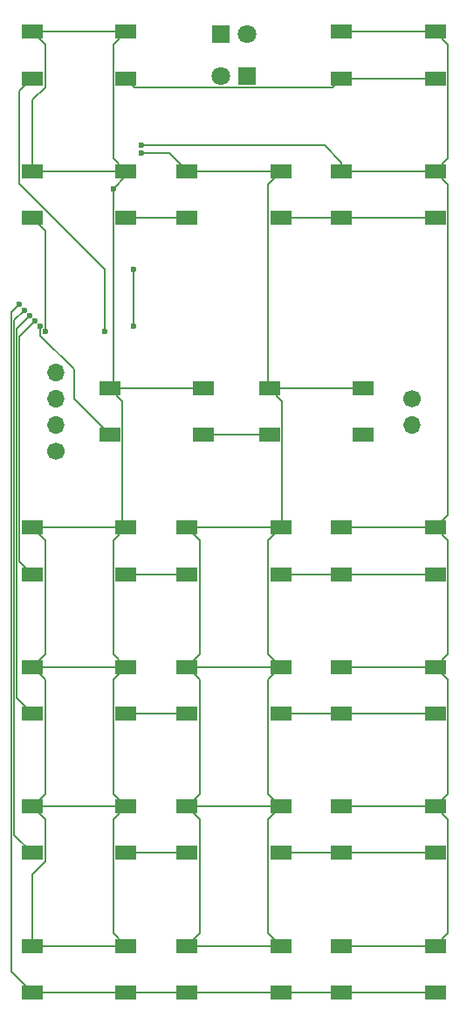
<source format=gbr>
G04 #@! TF.GenerationSoftware,KiCad,Pcbnew,(5.1.9)-1*
G04 #@! TF.CreationDate,2021-05-10T16:50:12-05:00*
G04 #@! TF.ProjectId,mini-remote,6d696e69-2d72-4656-9d6f-74652e6b6963,1*
G04 #@! TF.SameCoordinates,Original*
G04 #@! TF.FileFunction,Copper,L1,Top*
G04 #@! TF.FilePolarity,Positive*
%FSLAX46Y46*%
G04 Gerber Fmt 4.6, Leading zero omitted, Abs format (unit mm)*
G04 Created by KiCad (PCBNEW (5.1.9)-1) date 2021-05-10 16:50:12*
%MOMM*%
%LPD*%
G01*
G04 APERTURE LIST*
G04 #@! TA.AperFunction,SMDPad,CuDef*
%ADD10R,2.100000X1.400000*%
G04 #@! TD*
G04 #@! TA.AperFunction,ComponentPad*
%ADD11O,1.700000X1.700000*%
G04 #@! TD*
G04 #@! TA.AperFunction,ComponentPad*
%ADD12C,1.700000*%
G04 #@! TD*
G04 #@! TA.AperFunction,ComponentPad*
%ADD13R,1.800000X1.800000*%
G04 #@! TD*
G04 #@! TA.AperFunction,ComponentPad*
%ADD14C,1.800000*%
G04 #@! TD*
G04 #@! TA.AperFunction,ViaPad*
%ADD15C,0.600000*%
G04 #@! TD*
G04 #@! TA.AperFunction,Conductor*
%ADD16C,0.127000*%
G04 #@! TD*
G04 APERTURE END LIST*
D10*
X167050000Y-56750000D03*
X157950000Y-56750000D03*
X167050000Y-52250000D03*
X157950000Y-52250000D03*
X167050000Y-145250000D03*
X157950000Y-145250000D03*
X167050000Y-140750000D03*
X157950000Y-140750000D03*
X152050000Y-145250000D03*
X142950000Y-145250000D03*
X152050000Y-140750000D03*
X142950000Y-140750000D03*
X137050000Y-145250000D03*
X127950000Y-145250000D03*
X137050000Y-140750000D03*
X127950000Y-140750000D03*
X137050000Y-56750000D03*
X127950000Y-56750000D03*
X137050000Y-52250000D03*
X127950000Y-52250000D03*
X137050000Y-104750000D03*
X127950000Y-104750000D03*
X137050000Y-100250000D03*
X127950000Y-100250000D03*
X144550000Y-91250000D03*
X135450000Y-91250000D03*
X144550000Y-86750000D03*
X135450000Y-86750000D03*
X160050000Y-91250000D03*
X150950000Y-91250000D03*
X160050000Y-86750000D03*
X150950000Y-86750000D03*
X152050000Y-104750000D03*
X142950000Y-104750000D03*
X152050000Y-100250000D03*
X142950000Y-100250000D03*
X167050000Y-131750000D03*
X157950000Y-131750000D03*
X167050000Y-127250000D03*
X157950000Y-127250000D03*
X167050000Y-104750000D03*
X157950000Y-104750000D03*
X167050000Y-100250000D03*
X157950000Y-100250000D03*
X137050000Y-70250000D03*
X127950000Y-70250000D03*
X137050000Y-65750000D03*
X127950000Y-65750000D03*
X167050000Y-118250000D03*
X157950000Y-118250000D03*
X167050000Y-113750000D03*
X157950000Y-113750000D03*
X152050000Y-131750000D03*
X142950000Y-131750000D03*
X152050000Y-127250000D03*
X142950000Y-127250000D03*
X152050000Y-118250000D03*
X142950000Y-118250000D03*
X152050000Y-113750000D03*
X142950000Y-113750000D03*
X137050000Y-131750000D03*
X127950000Y-131750000D03*
X137050000Y-127250000D03*
X127950000Y-127250000D03*
X137050000Y-118250000D03*
X127950000Y-118250000D03*
X137050000Y-113750000D03*
X127950000Y-113750000D03*
X167050000Y-70250000D03*
X157950000Y-70250000D03*
X167050000Y-65750000D03*
X157950000Y-65750000D03*
X152050000Y-70250000D03*
X142950000Y-70250000D03*
X152050000Y-65750000D03*
X142950000Y-65750000D03*
D11*
X164750000Y-90290000D03*
D12*
X164750000Y-87750000D03*
X130250000Y-92830000D03*
D11*
X130250000Y-90290000D03*
X130250000Y-87750000D03*
X130250000Y-85210000D03*
D13*
X148750000Y-56500000D03*
D14*
X146210000Y-56500000D03*
X148790000Y-52500000D03*
D13*
X146250000Y-52500000D03*
D15*
X134999996Y-81250000D03*
X135809499Y-67440501D03*
X138500000Y-64000000D03*
X138500000Y-63250000D03*
X129250000Y-81250000D03*
X128735925Y-80735925D03*
X128205913Y-80238297D03*
X127702058Y-79714201D03*
X127194823Y-79193377D03*
X126690784Y-78669459D03*
X137771087Y-75271087D03*
X137750000Y-80750000D03*
D16*
X137050000Y-56750000D02*
X137890501Y-57590501D01*
X137890501Y-57590501D02*
X157109499Y-57590501D01*
X157109499Y-57590501D02*
X157950000Y-56750000D01*
X134999996Y-75207094D02*
X134999996Y-81250000D01*
X127950000Y-56750000D02*
X126709499Y-57990501D01*
X126709499Y-57990501D02*
X126709499Y-66916597D01*
X126709499Y-66916597D02*
X134999996Y-75207094D01*
X157950000Y-56750000D02*
X167050000Y-56750000D01*
X127950000Y-65750000D02*
X127950000Y-65550000D01*
X137050000Y-140750000D02*
X137250000Y-140750000D01*
X135809499Y-128490501D02*
X137050000Y-127250000D01*
X135809499Y-139509499D02*
X135809499Y-128490501D01*
X137050000Y-140750000D02*
X135809499Y-139509499D01*
X136690501Y-87990501D02*
X136690501Y-99890501D01*
X136690501Y-99890501D02*
X137050000Y-100250000D01*
X135450000Y-86750000D02*
X136690501Y-87990501D01*
X135809499Y-112509499D02*
X137050000Y-113750000D01*
X135809499Y-101490501D02*
X135809499Y-112509499D01*
X137050000Y-100250000D02*
X135809499Y-101490501D01*
X135809499Y-126009499D02*
X137050000Y-127250000D01*
X135809499Y-114990501D02*
X135809499Y-126009499D01*
X137050000Y-113750000D02*
X135809499Y-114990501D01*
X137050000Y-100250000D02*
X127950000Y-100250000D01*
X127950000Y-113750000D02*
X137050000Y-113750000D01*
X127950000Y-127250000D02*
X137050000Y-127250000D01*
X137050000Y-140750000D02*
X127950000Y-140750000D01*
X135450000Y-86750000D02*
X135809499Y-86390501D01*
X137050000Y-65750000D02*
X135809499Y-64509499D01*
X135809499Y-53490501D02*
X137050000Y-52250000D01*
X135809499Y-64509499D02*
X135809499Y-53490501D01*
X135450000Y-86750000D02*
X144550000Y-86750000D01*
X137050000Y-66200000D02*
X135809499Y-67440501D01*
X137050000Y-65750000D02*
X137050000Y-66200000D01*
X135809499Y-86390501D02*
X135809499Y-67440501D01*
X127950000Y-52250000D02*
X137050000Y-52250000D01*
X127950000Y-65750000D02*
X137050000Y-65750000D01*
X129190501Y-128490501D02*
X127950000Y-127250000D01*
X129190501Y-132602401D02*
X129190501Y-128490501D01*
X127950000Y-133842902D02*
X129190501Y-132602401D01*
X127950000Y-140750000D02*
X127950000Y-133842902D01*
X129190501Y-101490501D02*
X127950000Y-100250000D01*
X129190501Y-112509499D02*
X129190501Y-101490501D01*
X127950000Y-113750000D02*
X129190501Y-112509499D01*
X129190501Y-114990501D02*
X127950000Y-113750000D01*
X129190501Y-126009499D02*
X129190501Y-114990501D01*
X127950000Y-127250000D02*
X129190501Y-126009499D01*
X129190501Y-53490501D02*
X127950000Y-52250000D01*
X129190501Y-57602401D02*
X129190501Y-53490501D01*
X127950000Y-58842902D02*
X129190501Y-57602401D01*
X127950000Y-65750000D02*
X127950000Y-58842902D01*
X150809499Y-128490501D02*
X152050000Y-127250000D01*
X150809499Y-139509499D02*
X150809499Y-128490501D01*
X152050000Y-140750000D02*
X150809499Y-139509499D01*
X150809499Y-114990501D02*
X152050000Y-113750000D01*
X150809499Y-126009499D02*
X150809499Y-114990501D01*
X152050000Y-127250000D02*
X150809499Y-126009499D01*
X150809499Y-101490501D02*
X152050000Y-100250000D01*
X150809499Y-112509499D02*
X150809499Y-101490501D01*
X152050000Y-113750000D02*
X150809499Y-112509499D01*
X152190501Y-87990501D02*
X150950000Y-86750000D01*
X152190501Y-100109499D02*
X152190501Y-87990501D01*
X152050000Y-100250000D02*
X152190501Y-100109499D01*
X142950000Y-113750000D02*
X152050000Y-113750000D01*
X142950000Y-100250000D02*
X152050000Y-100250000D01*
X142950000Y-127250000D02*
X152050000Y-127250000D01*
X152050000Y-140750000D02*
X142950000Y-140750000D01*
X150809499Y-66990501D02*
X152050000Y-65750000D01*
X150809499Y-86609499D02*
X150809499Y-66990501D01*
X150950000Y-86750000D02*
X150809499Y-86609499D01*
X142950000Y-65750000D02*
X152050000Y-65750000D01*
X150950000Y-86750000D02*
X160050000Y-86750000D01*
X141250000Y-64000000D02*
X138500000Y-64000000D01*
X142950000Y-65700000D02*
X141250000Y-64000000D01*
X142950000Y-65750000D02*
X142950000Y-65700000D01*
X144190501Y-128490501D02*
X142950000Y-127250000D01*
X144190501Y-139509499D02*
X144190501Y-128490501D01*
X142950000Y-140750000D02*
X144190501Y-139509499D01*
X144190501Y-126009499D02*
X144190501Y-114990501D01*
X144190501Y-114990501D02*
X142950000Y-113750000D01*
X142950000Y-127250000D02*
X144190501Y-126009499D01*
X144190501Y-101490501D02*
X142950000Y-100250000D01*
X144190501Y-112509499D02*
X144190501Y-101490501D01*
X142950000Y-113750000D02*
X144190501Y-112509499D01*
X168290501Y-128490501D02*
X167050000Y-127250000D01*
X168290501Y-139509499D02*
X168290501Y-128490501D01*
X167050000Y-140750000D02*
X168290501Y-139509499D01*
X168290501Y-126009499D02*
X168290501Y-114990501D01*
X168290501Y-114990501D02*
X167050000Y-113750000D01*
X167050000Y-127250000D02*
X168290501Y-126009499D01*
X168290501Y-101490501D02*
X167050000Y-100250000D01*
X168290501Y-112509499D02*
X168290501Y-101490501D01*
X167050000Y-113750000D02*
X168290501Y-112509499D01*
X157950000Y-113750000D02*
X167050000Y-113750000D01*
X157950000Y-100250000D02*
X167050000Y-100250000D01*
X157950000Y-127250000D02*
X167050000Y-127250000D01*
X167050000Y-140750000D02*
X157950000Y-140750000D01*
X168290501Y-66990501D02*
X167050000Y-65750000D01*
X168290501Y-99009499D02*
X168290501Y-66990501D01*
X167050000Y-100250000D02*
X168290501Y-99009499D01*
X168290501Y-53490501D02*
X167050000Y-52250000D01*
X168290501Y-64509499D02*
X168290501Y-53490501D01*
X167050000Y-65750000D02*
X168290501Y-64509499D01*
X157950000Y-52250000D02*
X167050000Y-52250000D01*
X157950000Y-65750000D02*
X167050000Y-65750000D01*
X156277000Y-63250000D02*
X138500000Y-63250000D01*
X157950000Y-64923000D02*
X156277000Y-63250000D01*
X157950000Y-65750000D02*
X157950000Y-64923000D01*
X137050000Y-70250000D02*
X142950000Y-70250000D01*
X152050000Y-70250000D02*
X157950000Y-70250000D01*
X157950000Y-70250000D02*
X167050000Y-70250000D01*
X129250000Y-71750000D02*
X129250000Y-81250000D01*
X129250000Y-71550000D02*
X129250000Y-71750000D01*
X127950000Y-70250000D02*
X129250000Y-71550000D01*
X150950000Y-91250000D02*
X144550000Y-91250000D01*
X135450000Y-91250000D02*
X132000000Y-87800000D01*
X128735925Y-81650699D02*
X128735925Y-80735925D01*
X132000000Y-84914774D02*
X128735925Y-81650699D01*
X132000000Y-87800000D02*
X132000000Y-84914774D01*
X157950000Y-104750000D02*
X152050000Y-104750000D01*
X142950000Y-104750000D02*
X137050000Y-104750000D01*
X126709499Y-81734711D02*
X128205913Y-80238297D01*
X127950000Y-104750000D02*
X126709499Y-103509499D01*
X126709499Y-103509499D02*
X126709499Y-81734711D01*
X157950000Y-104750000D02*
X167050000Y-104750000D01*
X137050000Y-118250000D02*
X142950000Y-118250000D01*
X152050000Y-118250000D02*
X157950000Y-118250000D01*
X126455492Y-116755492D02*
X126455492Y-80960767D01*
X127950000Y-118250000D02*
X126455492Y-116755492D01*
X126455492Y-80960767D02*
X127702058Y-79714201D01*
X157950000Y-118250000D02*
X167050000Y-118250000D01*
X157950000Y-131750000D02*
X152050000Y-131750000D01*
X142950000Y-131750000D02*
X137050000Y-131750000D01*
X127950000Y-131750000D02*
X126201481Y-130001481D01*
X126201481Y-80186719D02*
X127194823Y-79193377D01*
X126201481Y-130001481D02*
X126201481Y-80186719D01*
X157950000Y-131750000D02*
X167050000Y-131750000D01*
X137050000Y-145250000D02*
X142950000Y-145250000D01*
X152050000Y-145250000D02*
X157950000Y-145250000D01*
X125943799Y-79416444D02*
X126690784Y-78669459D01*
X127950000Y-145250000D02*
X125943799Y-143243799D01*
X125943799Y-143243799D02*
X125943799Y-79416444D01*
X127950000Y-145250000D02*
X137050000Y-145250000D01*
X142950000Y-145250000D02*
X152050000Y-145250000D01*
X157950000Y-145250000D02*
X167050000Y-145250000D01*
X137771087Y-80728913D02*
X137750000Y-80750000D01*
X137771087Y-75271087D02*
X137771087Y-80728913D01*
M02*

</source>
